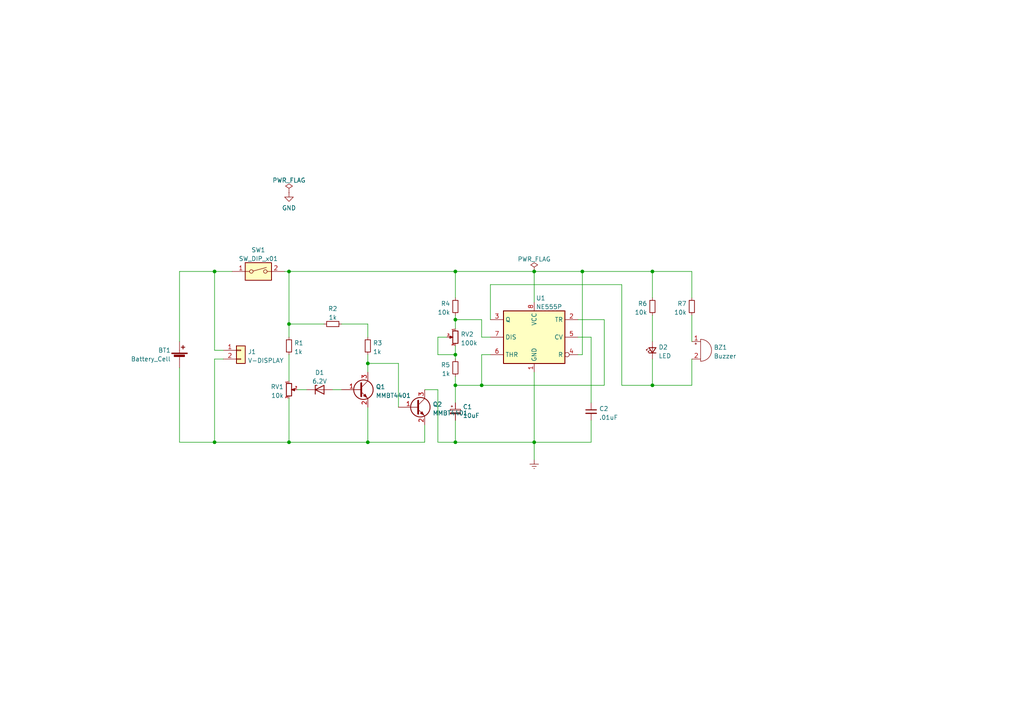
<source format=kicad_sch>
(kicad_sch (version 20211123) (generator eeschema)
  (paper "A4")
  (title_block (title "Low Battery Voltage Alarm") (date "2022-11-06") (company "Craftsman") (comment 1 "By BH4DKR Design"))
  (lib_symbols
    (symbol "Connector_Generic:Conn_01x02" (pin_names (offset 1.016) hide)
      (property "Reference" "J" (at 0 2.54 0))
      (property "Value" "Conn_01x02" (at 0 -5.08 0))
      (symbol "Conn_01x02_1_1"
        (rectangle (start -1.27 -2.413) (end 0 -2.667) (stroke (width 0.1524)))
        (rectangle (start -1.27 0.127) (end 0 -0.127) (stroke (width 0.1524)))
        (rectangle (start -1.27 1.27) (end 1.27 -3.81) (stroke (width 0.254)) (fill (type background)))
        (pin passive line (at -5.08 0 0) (length 3.81) (name "Pin_1") (number "1"))
        (pin passive line (at -5.08 -2.54 0) (length 3.81) (name "Pin_2") (number "2"))
      )
    )
    (symbol "Device:Battery_Cell" (pin_numbers hide) (pin_names (offset 0) hide)
      (property "Reference" "BT" (at 2.54 2.54 0))
      (property "Value" "Battery_Cell" (at 2.54 0 0))
      (symbol "Battery_Cell_0_1"
        (rectangle (start -2.286 1.778) (end 2.286 1.524) (fill (type outline)))
        (rectangle (start -1.5748 1.1938) (end 1.4732 0.6858) (fill (type outline)))
        (polyline (pts (xy 0 0.762) (xy 0 0)))
        (polyline (pts (xy 0 1.778) (xy 0 2.54)))
        (polyline (pts (xy 0.508 3.429) (xy 1.524 3.429)) (stroke (width 0.254)))
        (polyline (pts (xy 1.016 3.937) (xy 1.016 2.921)) (stroke (width 0.254)))
      )
      (symbol "Battery_Cell_1_1"
        (pin passive line (at 0 5.08 270) (length 2.54) (name "+") (number "1"))
        (pin passive line (at 0 -2.54 90) (length 2.54) (name "-") (number "2"))
      )
    )
    (symbol "Device:Buzzer" (pin_names (offset 0.0254) hide)
      (property "Reference" "BZ" (at 3.81 1.27 0))
      (property "Value" "Buzzer" (at 3.81 -1.27 0))
      (symbol "Buzzer_0_1"
        (arc (start 0 -3.175) (mid 3.175 0) (end 0 3.175))
        (polyline (pts (xy -1.651 1.905) (xy -1.143 1.905)))
        (polyline (pts (xy -1.397 2.159) (xy -1.397 1.651)))
        (polyline (pts (xy 0 3.175) (xy 0 -3.175)))
      )
      (symbol "Buzzer_1_1"
        (pin passive line (at -2.54 2.54 0) (length 2.54) (name "-") (number "1"))
        (pin passive line (at -2.54 -2.54 0) (length 2.54) (name "+") (number "2"))
      )
    )
    (symbol "Device:C_Polarized_Small" (pin_numbers hide) (pin_names (offset 0.254) hide)
      (property "Reference" "C" (at 0.254 1.778 0))
      (property "Value" "C_Polarized_Small" (at 0.254 -2.032 0))
      (symbol "C_Polarized_Small_0_1"
        (rectangle (start -1.524 -0.3048) (end 1.524 -0.6858) (fill (type outline)))
        (rectangle (start -1.524 0.6858) (end 1.524 0.3048))
        (polyline (pts (xy -1.27 1.524) (xy -0.762 1.524)))
        (polyline (pts (xy -1.016 1.27) (xy -1.016 1.778)))
      )
      (symbol "C_Polarized_Small_1_1"
        (pin passive line (at 0 2.54 270) (length 1.8542) (name "~") (number "1"))
        (pin passive line (at 0 -2.54 90) (length 1.8542) (name "~") (number "2"))
      )
    )
    (symbol "Device:C_Small" (pin_numbers hide) (pin_names (offset 0.254) hide)
      (property "Reference" "C" (at 0.254 1.778 0))
      (property "Value" "C_Small" (at 0.254 -2.032 0))
      (symbol "C_Small_0_1"
        (polyline (pts (xy -1.524 -0.508) (xy 1.524 -0.508)) (stroke (width 0.3302)))
        (polyline (pts (xy -1.524 0.508) (xy 1.524 0.508)) (stroke (width 0.3048)))
      )
      (symbol "C_Small_1_1"
        (pin passive line (at 0 2.54 270) (length 2.032) (name "~") (number "1"))
        (pin passive line (at 0 -2.54 90) (length 2.032) (name "~") (number "2"))
      )
    )
    (symbol "Device:D_Zener" (pin_numbers hide) (pin_names (offset 1.016) hide)
      (property "Reference" "D" (at 0 2.54 0))
      (property "Value" "D_Zener" (at 0 -2.54 0))
      (symbol "D_Zener_0_1"
        (polyline (pts (xy 1.27 0) (xy -1.27 0)))
        (polyline (pts (xy -1.27 -1.27) (xy -1.27 1.27) (xy -0.762 1.27)) (stroke (width 0.254)))
        (polyline (pts (xy 1.27 -1.27) (xy 1.27 1.27) (xy -1.27 0) (xy 1.27 -1.27)) (stroke (width 0.254)))
      )
      (symbol "D_Zener_1_1"
        (pin passive line (at -3.81 0 0) (length 2.54) (name "K") (number "1"))
        (pin passive line (at 3.81 0 180) (length 2.54) (name "A") (number "2"))
      )
    )
    (symbol "Device:LED_Small" (pin_numbers hide) (pin_names (offset 0.254) hide)
      (property "Reference" "D" (at -1.27 3.175 0))
      (property "Value" "LED_Small" (at -4.445 -2.54 0))
      (symbol "LED_Small_0_1"
        (polyline (pts (xy -0.762 -1.016) (xy -0.762 1.016)) (stroke (width 0.254)))
        (polyline (pts (xy 1.016 0) (xy -0.762 0)))
        (polyline (pts (xy 0.762 -1.016) (xy -0.762 0) (xy 0.762 1.016) (xy 0.762 -1.016)) (stroke (width 0.254)))
        (polyline (pts (xy 0 0.762) (xy -0.508 1.27) (xy -0.254 1.27) (xy -0.508 1.27) (xy -0.508 1.016)))
        (polyline (pts (xy 0.508 1.27) (xy 0 1.778) (xy 0.254 1.778) (xy 0 1.778) (xy 0 1.524)))
      )
      (symbol "LED_Small_1_1"
        (pin passive line (at -2.54 0 0) (length 1.778) (name "K") (number "1"))
        (pin passive line (at 2.54 0 180) (length 1.778) (name "A") (number "2"))
      )
    )
    (symbol "Device:R_Potentiometer_Small" (pin_names (offset 1.016) hide)
      (property "Reference" "RV" (at -4.445 0 90))
      (property "Value" "R_Potentiometer_Small" (at -2.54 0 90))
      (symbol "R_Potentiometer_Small_0_1"
        (polyline (pts (xy 0.889 0) (xy 0.635 0) (xy 1.651 0.381) (xy 1.651 -0.381) (xy 0.635 0) (xy 0.889 0)) (fill (type outline)))
        (rectangle (start 0.762 1.8034) (end -0.762 -1.8034) (stroke (width 0.254)))
      )
      (symbol "R_Potentiometer_Small_1_1"
        (pin passive line (at 0 2.54 270) (length 0.635) (name "1") (number "1"))
        (pin passive line (at 2.54 0 180) (length 0.9906) (name "2") (number "2"))
        (pin passive line (at 0 -2.54 90) (length 0.635) (name "3") (number "3"))
      )
    )
    (symbol "Device:R_Small" (pin_numbers hide) (pin_names (offset 0.254) hide)
      (property "Reference" "R" (at 0.762 0.508 0))
      (property "Value" "R_Small" (at 0.762 -1.016 0))
      (symbol "R_Small_0_1"
        (rectangle (start -0.762 1.778) (end 0.762 -1.778) (stroke (width 0.2032)))
      )
      (symbol "R_Small_1_1"
        (pin passive line (at 0 2.54 270) (length 0.762) (name "~") (number "1"))
        (pin passive line (at 0 -2.54 90) (length 0.762) (name "~") (number "2"))
      )
    )
    (symbol "Switch:SW_DIP_x01" (pin_names (offset 0) hide)
      (property "Reference" "SW" (at 0 3.81 0))
      (property "Value" "SW_DIP_x01" (at 0 -3.81 0))
      (symbol "SW_DIP_x01_0_0"
        (circle (center -2.032 0) (radius 0.508))
        (polyline (pts (xy -1.524 0.127) (xy 2.3622 1.1684)))
        (circle (center 2.032 0) (radius 0.508))
      )
      (symbol "SW_DIP_x01_0_1"
        (rectangle (start -3.81 2.54) (end 3.81 -2.54) (stroke (width 0.254)) (fill (type background)))
      )
      (symbol "SW_DIP_x01_1_1"
        (pin passive line (at -7.62 0 0) (length 5.08) (name "~") (number "1"))
        (pin passive line (at 7.62 0 180) (length 5.08) (name "~") (number "2"))
      )
    )
    (symbol "Timer:NE555P"
      (property "Reference" "U" (at -10.16 8.89 0))
      (property "Value" "NE555P" (at 2.54 8.89 0))
      (symbol "NE555P_0_0"
        (pin power_in line (at 0 -10.16 90) (length 2.54) (name "GND") (number "1"))
        (pin power_in line (at 0 10.16 270) (length 2.54) (name "VCC") (number "8"))
      )
      (symbol "NE555P_0_1"
        (rectangle (start -8.89 -7.62) (end 8.89 7.62) (stroke (width 0.254)) (fill (type background)))
        (rectangle (start -8.89 -7.62) (end 8.89 7.62) (stroke (width 0.254)) (fill (type background)))
      )
      (symbol "NE555P_1_1"
        (pin input line (at -12.7 5.08 0) (length 3.81) (name "TR") (number "2"))
        (pin output line (at 12.7 5.08 180) (length 3.81) (name "Q") (number "3"))
        (pin input inverted (at -12.7 -5.08 0) (length 3.81) (name "R") (number "4"))
        (pin input line (at -12.7 0 0) (length 3.81) (name "CV") (number "5"))
        (pin input line (at 12.7 -5.08 180) (length 3.81) (name "THR") (number "6"))
        (pin input line (at 12.7 0 180) (length 3.81) (name "DIS") (number "7"))
      )
    )
    (symbol "Transistor_BJT:MMBT3904" (pin_names (offset 0) hide)
      (property "Reference" "Q" (at 5.08 1.905 0))
      (property "Value" "MMBT3904" (at 5.08 0 0))
      (symbol "MMBT3904_0_1"
        (polyline (pts (xy 0.635 0.635) (xy 2.54 2.54)))
        (polyline (pts (xy 0.635 -0.635) (xy 2.54 -2.54) (xy 2.54 -2.54)))
        (polyline (pts (xy 0.635 1.905) (xy 0.635 -1.905) (xy 0.635 -1.905)) (stroke (width 0.508)))
        (polyline (pts (xy 1.27 -1.778) (xy 1.778 -1.27) (xy 2.286 -2.286) (xy 1.27 -1.778) (xy 1.27 -1.778)) (fill (type outline)))
        (circle (center 1.27 0) (radius 2.8194) (stroke (width 0.254)))
      )
      (symbol "MMBT3904_1_1"
        (pin input line (at -5.08 0 0) (length 5.715) (name "B") (number "1"))
        (pin passive line (at 2.54 -5.08 90) (length 2.54) (name "E") (number "2"))
        (pin passive line (at 2.54 5.08 270) (length 2.54) (name "C") (number "3"))
      )
    )
    (symbol "power:GND" (power) (pin_names (offset 0))
      (property "Value" "GND" (at 0 -3.81 0))
      (symbol "GND_0_1"
        (polyline (pts (xy 0 0) (xy 0 -1.27) (xy 1.27 -1.27) (xy 0 -2.54) (xy -1.27 -1.27) (xy 0 -1.27)))
      )
      (symbol "GND_1_1"
        (pin power_in line (at 0 0 270) (length 0) hide (name "GND") (number "1"))
      )
    )
    (symbol "power:GNDREF" (power) (pin_names (offset 0))
      (property "Value" "GNDREF" (at 0 -3.81 0))
      (symbol "GNDREF_0_1"
        (polyline (pts (xy -0.635 -1.905) (xy 0.635 -1.905)))
        (polyline (pts (xy -0.127 -2.54) (xy 0.127 -2.54)))
        (polyline (pts (xy 0 -1.27) (xy 0 0)))
        (polyline (pts (xy 1.27 -1.27) (xy -1.27 -1.27)))
      )
      (symbol "GNDREF_1_1"
        (pin power_in line (at 0 0 270) (length 0) hide (name "GNDREF") (number "1"))
      )
    )
    (symbol "power:PWR_FLAG" (power) (pin_numbers hide) (pin_names (offset 0) hide)
      (property "Value" "PWR_FLAG" (at 0 3.81 0))
      (symbol "PWR_FLAG_0_0"
        (pin power_out line (at 0 0 90) (length 0) (name "pwr") (number "1"))
      )
      (symbol "PWR_FLAG_0_1"
        (polyline (pts (xy 0 0) (xy 0 1.27) (xy -1.016 1.905) (xy 0 2.54) (xy 1.016 1.905) (xy 0 1.27)))
      )
    )
  )
  (junction (at 168.91 78.74))
  (junction (at 132.08 102.87))
  (junction (at 62.23 78.74))
  (junction (at 132.08 111.76))
  (junction (at 132.08 78.74))
  (junction (at 132.08 128.27))
  (junction (at 106.68 105.41))
  (junction (at 154.94 128.27))
  (junction (at 139.7 111.76))
  (junction (at 62.23 128.27))
  (junction (at 132.08 92.71))
  (junction (at 189.23 111.76))
  (junction (at 83.82 78.74))
  (junction (at 189.23 78.74))
  (junction (at 83.82 128.27))
  (junction (at 154.94 78.74))
  (junction (at 83.82 93.98))
  (junction (at 106.68 128.27))
  (wire (pts (xy 106.68 118.11) (xy 106.68 128.27)))
  (wire (pts (xy 200.66 104.14) (xy 200.66 111.76)))
  (wire (pts (xy 127 97.79) (xy 129.54 97.79)))
  (wire (pts (xy 171.45 97.79) (xy 167.64 97.79)))
  (wire (pts (xy 127 102.87) (xy 127 97.79)))
  (wire (pts (xy 139.7 111.76) (xy 175.26 111.76)))
  (wire (pts (xy 154.94 128.27) (xy 154.94 133.35)))
  (wire (pts (xy 189.23 91.44) (xy 189.23 99.06)))
  (wire (pts (xy 132.08 111.76) (xy 139.7 111.76)))
  (wire (pts (xy 154.94 128.27) (xy 154.94 107.95)))
  (wire (pts (xy 132.08 91.44) (xy 132.08 92.71)))
  (wire (pts (xy 52.07 106.68) (xy 52.07 128.27)))
  (wire (pts (xy 96.52 113.03) (xy 99.06 113.03)))
  (wire (pts (xy 106.68 105.41) (xy 106.68 107.95)))
  (wire (pts (xy 62.23 78.74) (xy 67.31 78.74)))
  (wire (pts (xy 200.66 91.44) (xy 200.66 99.06)))
  (wire (pts (xy 132.08 102.87) (xy 132.08 104.14)))
  (wire (pts (xy 139.7 92.71) (xy 132.08 92.71)))
  (wire (pts (xy 180.34 82.55) (xy 180.34 111.76)))
  (wire (pts (xy 83.82 93.98) (xy 93.98 93.98)))
  (wire (pts (xy 142.24 92.71) (xy 142.24 82.55)))
  (wire (pts (xy 175.26 111.76) (xy 175.26 92.71)))
  (wire (pts (xy 99.06 93.98) (xy 106.68 93.98)))
  (wire (pts (xy 52.07 99.06) (xy 52.07 78.74)))
  (wire (pts (xy 52.07 128.27) (xy 62.23 128.27)))
  (wire (pts (xy 82.55 78.74) (xy 83.82 78.74)))
  (wire (pts (xy 106.68 93.98) (xy 106.68 97.79)))
  (wire (pts (xy 139.7 102.87) (xy 142.24 102.87)))
  (wire (pts (xy 127 113.03) (xy 127 128.27)))
  (wire (pts (xy 189.23 111.76) (xy 200.66 111.76)))
  (wire (pts (xy 83.82 93.98) (xy 83.82 97.79)))
  (wire (pts (xy 189.23 78.74) (xy 189.23 86.36)))
  (wire (pts (xy 189.23 104.14) (xy 189.23 111.76)))
  (wire (pts (xy 132.08 92.71) (xy 132.08 95.25)))
  (wire (pts (xy 132.08 100.33) (xy 132.08 102.87)))
  (wire (pts (xy 154.94 78.74) (xy 168.91 78.74)))
  (wire (pts (xy 154.94 78.74) (xy 154.94 87.63)))
  (wire (pts (xy 132.08 111.76) (xy 132.08 116.84)))
  (wire (pts (xy 189.23 78.74) (xy 200.66 78.74)))
  (wire (pts (xy 62.23 104.14) (xy 62.23 128.27)))
  (wire (pts (xy 132.08 102.87) (xy 127 102.87)))
  (wire (pts (xy 123.19 113.03) (xy 127 113.03)))
  (wire (pts (xy 180.34 111.76) (xy 189.23 111.76)))
  (wire (pts (xy 132.08 109.22) (xy 132.08 111.76)))
  (wire (pts (xy 168.91 102.87) (xy 167.64 102.87)))
  (wire (pts (xy 168.91 78.74) (xy 168.91 102.87)))
  (wire (pts (xy 62.23 128.27) (xy 83.82 128.27)))
  (wire (pts (xy 171.45 128.27) (xy 171.45 121.92)))
  (wire (pts (xy 115.57 105.41) (xy 115.57 118.11)))
  (wire (pts (xy 83.82 102.87) (xy 83.82 110.49)))
  (wire (pts (xy 127 128.27) (xy 132.08 128.27)))
  (wire (pts (xy 83.82 78.74) (xy 83.82 93.98)))
  (wire (pts (xy 132.08 78.74) (xy 132.08 86.36)))
  (wire (pts (xy 154.94 128.27) (xy 171.45 128.27)))
  (wire (pts (xy 106.68 102.87) (xy 106.68 105.41)))
  (wire (pts (xy 62.23 101.6) (xy 64.77 101.6)))
  (wire (pts (xy 52.07 78.74) (xy 62.23 78.74)))
  (wire (pts (xy 171.45 116.84) (xy 171.45 97.79)))
  (wire (pts (xy 83.82 115.57) (xy 83.82 128.27)))
  (wire (pts (xy 83.82 78.74) (xy 132.08 78.74)))
  (wire (pts (xy 132.08 78.74) (xy 154.94 78.74)))
  (wire (pts (xy 132.08 121.92) (xy 132.08 128.27)))
  (wire (pts (xy 142.24 97.79) (xy 139.7 97.79)))
  (wire (pts (xy 132.08 128.27) (xy 154.94 128.27)))
  (wire (pts (xy 139.7 111.76) (xy 139.7 102.87)))
  (wire (pts (xy 123.19 128.27) (xy 123.19 123.19)))
  (wire (pts (xy 106.68 128.27) (xy 123.19 128.27)))
  (wire (pts (xy 62.23 104.14) (xy 64.77 104.14)))
  (wire (pts (xy 106.68 105.41) (xy 115.57 105.41)))
  (wire (pts (xy 86.36 113.03) (xy 88.9 113.03)))
  (wire (pts (xy 62.23 78.74) (xy 62.23 101.6)))
  (wire (pts (xy 142.24 82.55) (xy 180.34 82.55)))
  (wire (pts (xy 168.91 78.74) (xy 189.23 78.74)))
  (wire (pts (xy 200.66 78.74) (xy 200.66 86.36)))
  (wire (pts (xy 139.7 97.79) (xy 139.7 92.71)))
  (wire (pts (xy 83.82 128.27) (xy 106.68 128.27)))
  (wire (pts (xy 175.26 92.71) (xy 167.64 92.71)))
  (symbol (lib_id "Transistor_BJT:MMBT3904") (at 104.14 113.03 0) (unit 1)
    (property "Reference" "Q1" (at 108.9914 112.1953 0) (effects (justify left)))
    (property "Value" "MMBT4401" (at 108.9914 114.7322 0) (effects (justify left)))
    (property "Footprint" "Package_TO_SOT_SMD:SOT-23" (effects hide))
    (property "Datasheet" "https://www.onsemi.com/pub/Collateral/2N3903-D.PDF" (effects hide))
  )
  (symbol (lib_id "Device:R_Small") (at 132.08 88.9 0) (mirror x) (unit 1)
    (property "Reference" "R4" (at 130.5815 88.0653 0) (effects (justify right)))
    (property "Value" "10k" (at 130.5815 90.6022 0) (effects (justify right)))
    (property "Footprint" "Resistor_SMD:R_0805_2012Metric_Pad1.20x1.40mm_HandSolder" (effects hide))
  )
  (symbol (lib_id "Device:R_Potentiometer_Small") (at 132.08 97.79 0) (mirror y) (unit 1)
    (property "Reference" "RV2" (at 133.604 96.9553 0) (effects (justify right)))
    (property "Value" "100k" (at 133.604 99.4922 0) (effects (justify right)))
    (property "Footprint" "Potentiometer_THT:Potentiometer_Runtron_RM-065_Vertical" (effects hide))
  )
  (symbol (lib_id "Device:R_Small") (at 189.23 88.9 0) (mirror x) (unit 1)
    (property "Reference" "R6" (at 187.7315 88.0653 0) (effects (justify right)))
    (property "Value" "10k" (at 187.7315 90.6022 0) (effects (justify right)))
    (property "Footprint" "Resistor_SMD:R_0805_2012Metric_Pad1.20x1.40mm_HandSolder" (effects hide))
  )
  (symbol (lib_id "power:PWR_FLAG") (at 154.94 78.74 0) (unit 1)
    (property "Reference" "#FLG0101" (effects hide))
    (property "Value" "PWR_FLAG" (at 154.94 75.1642 0))
  )
  (symbol (lib_id "Device:R_Small") (at 83.82 100.33 0) (unit 1)
    (property "Reference" "R1" (at 85.3186 99.4953 0) (effects (justify left)))
    (property "Value" "1k" (at 85.3186 102.0322 0) (effects (justify left)))
    (property "Footprint" "Resistor_SMD:R_0805_2012Metric_Pad1.20x1.40mm_HandSolder" (effects hide))
  )
  (symbol (lib_id "Device:Buzzer") (at 203.2 101.6 0) (unit 1)
    (property "Reference" "BZ1" (at 207.01 100.7653 0) (effects (justify left)))
    (property "Value" "Buzzer" (at 207.01 103.3022 0) (effects (justify left)))
    (property "Footprint" "Buzzer_Beeper:Buzzer_12x9.5RM7.6" (effects hide))
  )
  (symbol (lib_id "power:PWR_FLAG") (at 83.82 55.88 0) (unit 1)
    (property "Reference" "#FLG0102" (effects hide))
    (property "Value" "PWR_FLAG" (at 83.82 52.3042 0))
  )
  (symbol (lib_id "Connector_Generic:Conn_01x02") (at 69.85 101.6 0) (unit 1)
    (property "Reference" "J1" (at 71.882 102.0353 0) (effects (justify left)))
    (property "Value" "V-DISPLAY" (at 71.882 104.5722 0) (effects (justify left)))
    (property "Footprint" "Connector_JST:JST_XH_S2B-XH-A-1_1x02_P2.50mm_Horizontal" (effects hide))
  )
  (symbol (lib_id "Device:C_Polarized_Small") (at 132.08 119.38 0) (unit 1)
    (property "Reference" "C1" (at 134.239 117.9992 0) (effects (justify left)))
    (property "Value" "10uF" (at 134.239 120.5361 0) (effects (justify left)))
    (property "Footprint" "Capacitor_THT:CP_Radial_D5.0mm_P2.50mm" (effects hide))
  )
  (symbol (lib_id "Transistor_BJT:MMBT3904") (at 120.65 118.11 0) (unit 1)
    (property "Reference" "Q2" (at 125.5014 117.2753 0) (effects (justify left)))
    (property "Value" "MMBT4401" (at 125.5014 119.8122 0) (effects (justify left)))
    (property "Footprint" "Package_TO_SOT_SMD:SOT-23" (effects hide))
    (property "Datasheet" "https://www.onsemi.com/pub/Collateral/2N3903-D.PDF" (effects hide))
  )
  (symbol (lib_id "Device:Battery_Cell") (at 52.07 104.14 0) (unit 1)
    (property "Reference" "BT1" (at 49.53 101.6 0) (effects (justify right)))
    (property "Value" "Battery_Cell" (at 49.53 104.14 0) (effects (justify right)))
    (property "Footprint" "Connector_JST:JST_XH_S2B-XH-A-1_1x02_P2.50mm_Horizontal" (effects hide))
  )
  (symbol (lib_id "Device:R_Small") (at 106.68 100.33 0) (unit 1)
    (property "Reference" "R3" (at 108.1786 99.4953 0) (effects (justify left)))
    (property "Value" "1k" (at 108.1786 102.0322 0) (effects (justify left)))
    (property "Footprint" "Resistor_SMD:R_0805_2012Metric_Pad1.20x1.40mm_HandSolder" (effects hide))
  )
  (symbol (lib_id "power:GNDREF") (at 154.94 133.35 0) (unit 1)
    (property "Reference" "#PWR0102" (effects hide))
    (property "Value" "GNDREF" (effects hide))
  )
  (symbol (lib_id "power:GND") (at 83.82 55.88 0) (unit 1)
    (property "Reference" "#PWR0101" (effects hide))
    (property "Value" "GND" (at 83.82 60.3234 0))
  )
  (symbol (lib_id "Device:R_Small") (at 96.52 93.98 90) (unit 1)
    (property "Reference" "R2" (at 96.52 89.5436 90))
    (property "Value" "1k" (at 96.52 92.0805 90))
    (property "Footprint" "Resistor_SMD:R_0805_2012Metric_Pad1.20x1.40mm_HandSolder" (effects hide))
  )
  (symbol (lib_id "Device:D_Zener") (at 92.71 113.03 0) (unit 1)
    (property "Reference" "D1" (at 92.71 108.0602 0))
    (property "Value" "6.2V" (at 92.71 110.5971 0))
    (property "Footprint" "Diode_SMD:D_MicroMELF_Handsoldering" (effects hide))
  )
  (symbol (lib_id "Device:C_Small") (at 171.45 119.38 0) (unit 1)
    (property "Reference" "C2" (at 173.7741 118.5516 0) (effects (justify left)))
    (property "Value" ".01uF" (at 173.7741 121.0885 0) (effects (justify left)))
    (property "Footprint" "Capacitor_SMD:C_0805_2012Metric_Pad1.18x1.45mm_HandSolder" (effects hide))
  )
  (symbol (lib_id "Switch:SW_DIP_x01") (at 74.93 78.74 0) (unit 1)
    (property "Reference" "SW1" (at 74.93 72.5002 0))
    (property "Value" "SW_DIP_x01" (at 74.93 75.0371 0))
    (property "Footprint" "Connector_Wire:SolderWire-0.1sqmm_1x02_P3.6mm_D0.4mm_OD1mm" (effects hide))
  )
  (symbol (lib_id "Device:R_Small") (at 132.08 106.68 0) (mirror x) (unit 1)
    (property "Reference" "R5" (at 130.5814 105.8453 0) (effects (justify right)))
    (property "Value" "1k" (at 130.5814 108.3822 0) (effects (justify right)))
    (property "Footprint" "Resistor_SMD:R_0805_2012Metric_Pad1.20x1.40mm_HandSolder" (effects hide))
  )
  (symbol (lib_id "Device:R_Small") (at 200.66 88.9 0) (mirror x) (unit 1)
    (property "Reference" "R7" (at 199.1615 88.0653 0) (effects (justify right)))
    (property "Value" "10k" (at 199.1615 90.6022 0) (effects (justify right)))
    (property "Footprint" "Resistor_SMD:R_0805_2012Metric_Pad1.20x1.40mm_HandSolder" (effects hide))
  )
  (symbol (lib_id "Timer:NE555P") (at 154.94 97.79 0) (mirror y) (unit 1)
    (property "Reference" "U1" (at 155.4606 86.4702 0) (effects (justify right)))
    (property "Value" "NE555P" (at 155.4606 89.0071 0) (effects (justify right)))
    (property "Footprint" "Package_DIP:DIP-8_W7.62mm" (effects hide))
    (property "Datasheet" "http://www.ti.com/lit/ds/symlink/ne555.pdf" (effects hide))
  )
  (symbol (lib_id "Device:LED_Small") (at 189.23 101.6 90) (unit 1)
    (property "Reference" "D2" (at 191.008 100.7018 90) (effects (justify right)))
    (property "Value" "LED" (at 191.008 103.2387 90) (effects (justify right)))
    (property "Footprint" "LED_THT:LED_D1.8mm_W3.3mm_H2.4mm" (effects hide))
  )
  (symbol (lib_id "Device:R_Potentiometer_Small") (at 83.82 113.03 0) (unit 1)
    (property "Reference" "RV1" (at 82.2961 112.1953 0) (effects (justify right)))
    (property "Value" "10k" (at 82.2961 114.7322 0) (effects (justify right)))
    (property "Footprint" "Potentiometer_THT:Potentiometer_Runtron_RM-065_Vertical" (effects hide))
  )
)
</source>
